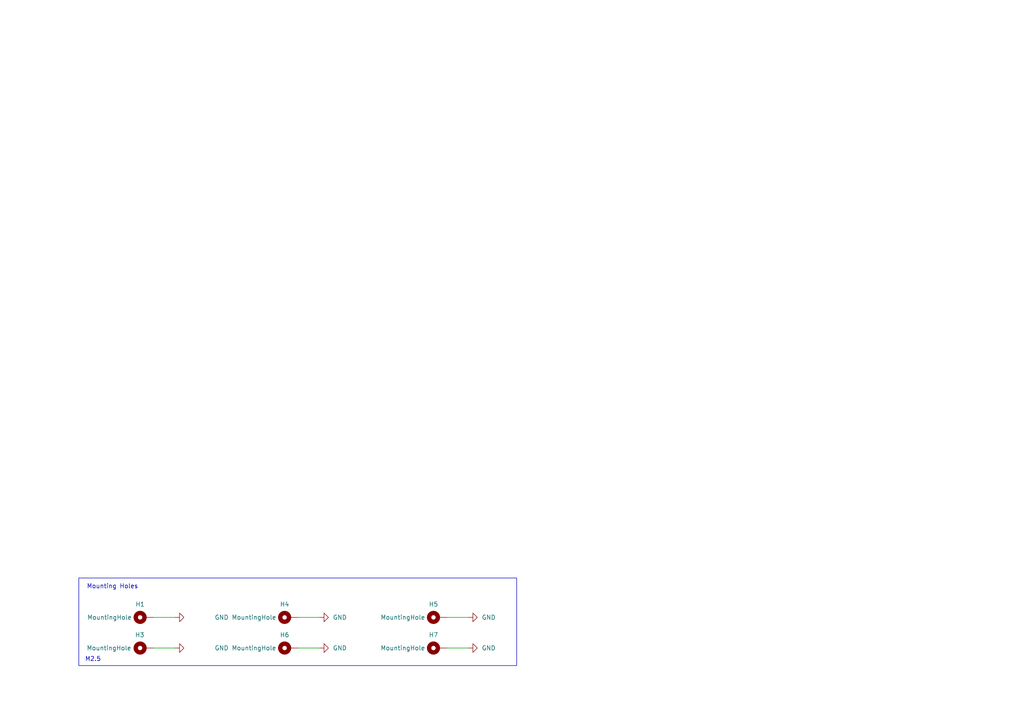
<source format=kicad_sch>
(kicad_sch (version 20250114) (generator "eeschema") (generator_version "9.0")
  (paper "A4")
  (title_block (title "TeensyMaestro Front Panel") (date "2025-07-25") (rev "2.0") (company "NV0E") (comment 1 "Based on original design by KD0RC.") (comment 3 "PCB design by NV0E"))
  (lib_symbols
    (symbol "Mechanical:MountingHole_Pad" (pin_numbers (hide yes)) (pin_names (offset 1.016) (hide yes))
      (property "Reference" "H" (at 0 6.35 0))
      (property "Value" "MountingHole_Pad" (at 0 4.445 0))
      (symbol "MountingHole_Pad_0_1"
        (circle (center 0 1.27) (radius 1.27) (stroke (width 1.27)))
      )
      (symbol "MountingHole_Pad_1_1"
        (pin input line (at 0 -2.54 90) (length 2.54) (name "1") (number "1"))
      )
    )
    (symbol "power:GND" (power) (pin_names (offset 0))
      (property "Value" "GND" (at 0 -3.81 0))
      (symbol "GND_0_1"
        (polyline (pts (xy 0 0) (xy 0 -1.27) (xy 1.27 -1.27) (xy 0 -2.54) (xy -1.27 -1.27) (xy 0 -1.27)))
      )
      (symbol "GND_1_1"
        (pin power_in line (at 0 0 270) (length 0) (hide yes) (name "GND") (number "1"))
      )
    )
  )
  (rectangle (start 22.86 167.64) (end 149.86 193.04))
  (text "M2.5" (at 24.638 192.024 0) (effects (font (size 1.27 1.27)) (justify left bottom)))
  (text "Mounting Holes" (at 25.146 170.942 0) (effects (font (size 1.27 1.27)) (justify left bottom)))
  (wire (pts (xy 86.36 179.07) (xy 92.71 179.07)))
  (wire (pts (xy 129.54 179.07) (xy 135.89 179.07)))
  (wire (pts (xy 44.45 179.07) (xy 50.8 179.07)))
  (wire (pts (xy 86.36 187.96) (xy 92.71 187.96)))
  (wire (pts (xy 44.45 187.96) (xy 50.8 187.96)))
  (wire (pts (xy 129.54 187.96) (xy 135.89 187.96)))
  (symbol (lib_id "Mechanical:MountingHole_Pad") (at 41.91 187.96 90) (unit 1)
    (property "Reference" "H3" (at 41.91 184.15 90) (effects (justify left)))
    (property "Value" "MountingHole" (at 38.1 187.96 90) (effects (justify left)))
    (property "Footprint" "MountingHole:MountingHole_2.5mm_Pad" (effects (hide yes)))
  )
  (symbol (lib_id "power:GND") (at 135.89 187.96 90) (unit 1)
    (property "Reference" "#PWR0110" (effects (hide yes)))
    (property "Value" "GND" (at 139.7 187.9599 90) (effects (justify right)))
  )
  (symbol (lib_id "power:GND") (at 92.71 179.07 90) (unit 1)
    (property "Reference" "#PWR0107" (effects (hide yes)))
    (property "Value" "GND" (at 96.52 179.0699 90) (effects (justify right)))
  )
  (symbol (lib_id "Mechanical:MountingHole_Pad") (at 127 187.96 90) (unit 1)
    (property "Reference" "H7" (at 125.73 184.15 90))
    (property "Value" "MountingHole" (at 116.84 187.96 90))
    (property "Footprint" "MountingHole:MountingHole_2.5mm_Pad" (effects (hide yes)))
  )
  (symbol (lib_id "power:GND") (at 135.89 179.07 90) (unit 1)
    (property "Reference" "#PWR0108" (effects (hide yes)))
    (property "Value" "GND" (at 139.7 179.0699 90) (effects (justify right)))
  )
  (symbol (lib_id "Mechanical:MountingHole_Pad") (at 83.82 179.07 90) (unit 1)
    (property "Reference" "H4" (at 82.55 175.26 90))
    (property "Value" "MountingHole" (at 73.66 179.07 90))
    (property "Footprint" "MountingHole:MountingHole_2.5mm_Pad" (effects (hide yes)))
  )
  (symbol (lib_id "Mechanical:MountingHole_Pad") (at 127 179.07 90) (unit 1)
    (property "Reference" "H5" (at 125.73 175.26 90))
    (property "Value" "MountingHole" (at 116.84 179.07 90))
    (property "Footprint" "MountingHole:MountingHole_2.5mm_Pad" (effects (hide yes)))
  )
  (symbol (lib_id "Mechanical:MountingHole_Pad") (at 41.91 179.07 90) (unit 1)
    (property "Reference" "H1" (at 40.64 175.26 90))
    (property "Value" "MountingHole" (at 31.75 179.07 90))
    (property "Footprint" "MountingHole:MountingHole_2.5mm_Pad" (effects (hide yes)))
  )
  (symbol (lib_id "power:GND") (at 92.71 187.96 90) (unit 1)
    (property "Reference" "#PWR0109" (effects (hide yes)))
    (property "Value" "GND" (at 96.52 187.9599 90) (effects (justify right)))
  )
  (symbol (lib_id "power:GND") (at 50.8 187.96 90) (unit 1)
    (property "Reference" "#PWR0106" (effects (hide yes)))
    (property "Value" "GND" (at 62.23 187.9599 90) (effects (justify right)))
  )
  (symbol (lib_id "Mechanical:MountingHole_Pad") (at 83.82 187.96 90) (unit 1)
    (property "Reference" "H6" (at 82.55 184.15 90))
    (property "Value" "MountingHole" (at 73.66 187.96 90))
    (property "Footprint" "MountingHole:MountingHole_2.5mm_Pad" (effects (hide yes)))
  )
  (symbol (lib_id "power:GND") (at 50.8 179.07 90) (unit 1)
    (property "Reference" "#PWR0104" (effects (hide yes)))
    (property "Value" "GND" (at 62.23 179.0699 90) (effects (justify right)))
  )
)
</source>
